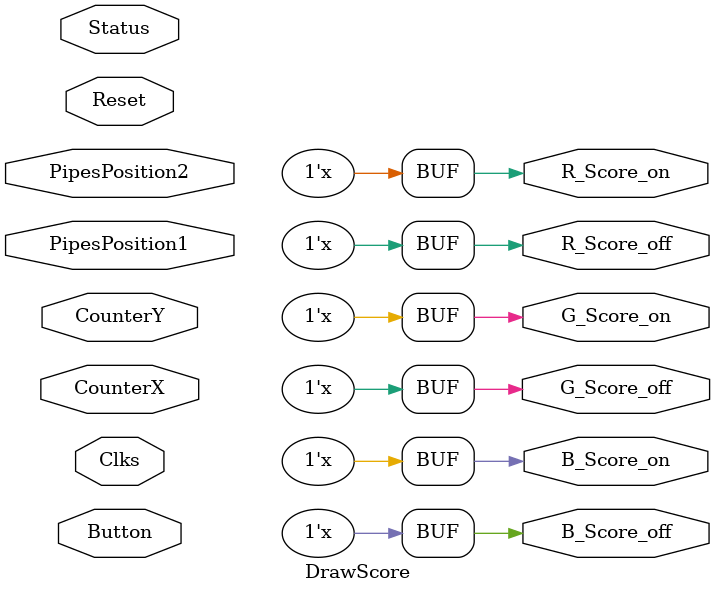
<source format=v>
`timescale 1ns / 1ps
module DrawScore(input [24:0] Clks,Reset,input [15:0] PipesPosition1,input [15:0] PipesPosition2,CounterX,CounterY,Button,Status,output reg R_Score_on,G_Score_on,B_Score_on,R_Score_off,G_Score_off,B_Score_off);
//////////////////////////////////////////////////////////////////////////////////
reg [15:0] ScorePositionX = 320;
reg [15:0] ScorePositionY = 50;

integer Ten = 0;
integer Unit = 0;

reg ZeroBlack,ZeroWhite,OneBlack,OneWhite,TwoBlack,TwoWhite,ThreeBlack,ThreeWhite,FourBlack,FourWhite,FiveBlack,FiveWhite,SixBlack,SixWhite,SevenBlack,SevenWhite,EightBlack,EightWhite,NineBlack,NineWhite;
reg ScoreWhiteUnit,ScoreBlackUnit,ScoreWhiteTen,ScoreBlackTen;


always @ (posedge Clks[16])
begin
if (!Reset)
begin
ScorePositionX <= 320;
ScorePositionY <= 50;
Ten <= 0;
Unit <= 0;
end


if (PipesPosition1 == 10 || PipesPosition2 == 10)
			begin
			if (Unit == 9)
			begin
			Ten <= Ten + 1;
			Unit <= 0;
			end
			else if (Ten == 10) begin  Ten <= 0; Unit <= Unit + 1; end
			else Unit <= Unit + 1;
			end
			
if (Status == 0) ScorePositionY <= 185;
end

always @ (CounterX or CounterY)
begin

case (Unit)
0 : begin

ScoreBlackUnit <= (CounterX>=ScorePositionX+3+0*3) && (CounterX<=ScorePositionX+3+9*3) && (CounterY>=ScorePositionY+0*3) && (CounterY<=ScorePositionY+1*3)

||          (CounterX>=ScorePositionX+3+0*3) && (CounterX<=ScorePositionX+3+1*3) && (CounterY>=ScorePositionY+1*3) && (CounterY<=ScorePositionY+4*3)
||          (CounterX>=ScorePositionX+3+8*3) && (CounterX<=ScorePositionX+3+9*3) && (CounterY>=ScorePositionY+1*3) && (CounterY<=ScorePositionY+4*3)

||          (CounterX>=ScorePositionX+3+0*3) && (CounterX<=ScorePositionX+3+1*3) && (CounterY>=ScorePositionY+4*3) && (CounterY<=ScorePositionY+10*3)
||          (CounterX>=ScorePositionX+3+4*3) && (CounterX<=ScorePositionX+3+5*3) && (CounterY>=ScorePositionY+4*3) && (CounterY<=ScorePositionY+10*3)
||          (CounterX>=ScorePositionX+3+8*3) && (CounterX<=ScorePositionX+3+9*3) && (CounterY>=ScorePositionY+4*3) && (CounterY<=ScorePositionY+10*3)

||          (CounterX>=ScorePositionX+3+0*3) && (CounterX<=ScorePositionX+3+1*3) && (CounterY>=ScorePositionY+10*3) && (CounterY<=ScorePositionY+13*3)
||          (CounterX>=ScorePositionX+3+8*3) && (CounterX<=ScorePositionX+3+9*3) && (CounterY>=ScorePositionY+10*3) && (CounterY<=ScorePositionY+13*3)

||	    (CounterX>=ScorePositionX+3+0*3) && (CounterX<=ScorePositionX+3+9*3) && (CounterY>=ScorePositionY+13*3) && (CounterY<=ScorePositionY+14*3);

ScoreWhiteUnit <=  (CounterX>=ScorePositionX+3+1*3) && (CounterX<=ScorePositionX+3+8*3) && (CounterY>=ScorePositionY+1*3) && (CounterY<=ScorePositionY+4*3)

||	    (CounterX>=ScorePositionX+3+1*3) && (CounterX<=ScorePositionX+3+4*3) && (CounterY>=ScorePositionY+4*3) && (CounterY<=ScorePositionY+10*3)
||	    (CounterX>=ScorePositionX+3+5*3) && (CounterX<=ScorePositionX+3+8*3) && (CounterY>=ScorePositionY+4*3) && (CounterY<=ScorePositionY+10*3)

||	    (CounterX>=ScorePositionX+3+1*3) && (CounterX<=ScorePositionX+3+8*3) && (CounterY>=ScorePositionY+10*3) && (CounterY<=ScorePositionY+13*3);

end
1 : begin

ScoreBlackUnit <= (CounterX>=ScorePositionX+3+2*3) && (CounterX<=ScorePositionX+3+8*3) && (CounterY>=ScorePositionY+0*3) && (CounterY<=ScorePositionY+1*3)

||          (CounterX>=ScorePositionX+3+2*3) && (CounterX<=ScorePositionX+3+3*3) && (CounterY>=ScorePositionY+1*3) && (CounterY<=ScorePositionY+4*3)
||          (CounterX>=ScorePositionX+3+7*3) && (CounterX<=ScorePositionX+3+8*3) && (CounterY>=ScorePositionY+1*3) && (CounterY<=ScorePositionY+4*3)

||          (CounterX>=ScorePositionX+3+2*3) && (CounterX<=ScorePositionX+3+4*3) && (CounterY>=ScorePositionY+4*3) && (CounterY<=ScorePositionY+5*3)
||          (CounterX>=ScorePositionX+3+7*3) && (CounterX<=ScorePositionX+3+8*3) && (CounterY>=ScorePositionY+4*3) && (CounterY<=ScorePositionY+5*3)

||          (CounterX>=ScorePositionX+3+3*3) && (CounterX<=ScorePositionX+3+4*3) && (CounterY>=ScorePositionY+5*3) && (CounterY<=ScorePositionY+13*3)
||          (CounterX>=ScorePositionX+3+7*3) && (CounterX<=ScorePositionX+3+8*3) && (CounterY>=ScorePositionY+5*3) && (CounterY<=ScorePositionY+13*3)

||	    (CounterX>=ScorePositionX+3+3*3) && (CounterX<=ScorePositionX+3+8*3) && (CounterY>=ScorePositionY+13*3) && (CounterY<=ScorePositionY+14*3);

ScoreWhiteUnit <=  (CounterX>=ScorePositionX+3+3*3) && (CounterX<=ScorePositionX+3+7*3) && (CounterY>=ScorePositionY+1*3) && (CounterY<=ScorePositionY+4*3)

||	    (CounterX>=ScorePositionX+3+4*3) && (CounterX<=ScorePositionX+3+7*3) && (CounterY>=ScorePositionY+4*3) && (CounterY<=ScorePositionY+13*3);

end
2 : begin
ScoreBlackUnit <= (CounterX>=ScorePositionX+3+0*3) && (CounterX<=ScorePositionX+3+9*3) && (CounterY>=ScorePositionY+0*3) && (CounterY<=ScorePositionY+1*3)

||          (CounterX>=ScorePositionX+3+0*3) && (CounterX<=ScorePositionX+3+1*3) && (CounterY>=ScorePositionY+1*3) && (CounterY<=ScorePositionY+4*3)
||          (CounterX>=ScorePositionX+3+8*3) && (CounterX<=ScorePositionX+3+9*3) && (CounterY>=ScorePositionY+1*3) && (CounterY<=ScorePositionY+4*3)

||          (CounterX>=ScorePositionX+3+0*3) && (CounterX<=ScorePositionX+3+5*3) && (CounterY>=ScorePositionY+4*3) && (CounterY<=ScorePositionY+5*3)
||          (CounterX>=ScorePositionX+3+8*3) && (CounterX<=ScorePositionX+3+9*3) && (CounterY>=ScorePositionY+4*3) && (CounterY<=ScorePositionY+5*3)

||          (CounterX>=ScorePositionX+3+0*3) && (CounterX<=ScorePositionX+3+1*3) && (CounterY>=ScorePositionY+5*3) && (CounterY<=ScorePositionY+9*3)
||          (CounterX>=ScorePositionX+3+8*3) && (CounterX<=ScorePositionX+3+9*3) && (CounterY>=ScorePositionY+5*3) && (CounterY<=ScorePositionY+9*3)

||          (CounterX>=ScorePositionX+3+0*3) && (CounterX<=ScorePositionX+3+1*3) && (CounterY>=ScorePositionY+9*3) && (CounterY<=ScorePositionY+10*3)
||          (CounterX>=ScorePositionX+3+4*3) && (CounterX<=ScorePositionX+3+9*3) && (CounterY>=ScorePositionY+9*3) && (CounterY<=ScorePositionY+10*3)

||          (CounterX>=ScorePositionX+3+0*3) && (CounterX<=ScorePositionX+3+1*3) && (CounterY>=ScorePositionY+10*3) && (CounterY<=ScorePositionY+13*3)
||          (CounterX>=ScorePositionX+3+8*3) && (CounterX<=ScorePositionX+3+9*3) && (CounterY>=ScorePositionY+10*3) && (CounterY<=ScorePositionY+13*3)

||	    (CounterX>=ScorePositionX+3+0*3) && (CounterX<=ScorePositionX+3+9*3) && (CounterY>=ScorePositionY+13*3) && (CounterY<=ScorePositionY+14*3);


ScoreWhiteUnit <= (CounterX>=ScorePositionX+3+1*3) && (CounterX<=ScorePositionX+3+8*3) && (CounterY>=ScorePositionY+1*3) && (CounterY<=ScorePositionY+4*3)

||          (CounterX>=ScorePositionX+3+5*3) && (CounterX<=ScorePositionX+3+8*3) && (CounterY>=ScorePositionY+4*3) && (CounterY<=ScorePositionY+5*3)

||          (CounterX>=ScorePositionX+3+1*3) && (CounterX<=ScorePositionX+3+8*3) && (CounterY>=ScorePositionY+5*3) && (CounterY<=ScorePositionY+9*3)

||          (CounterX>=ScorePositionX+3+1*3) && (CounterX<=ScorePositionX+3+4*3) && (CounterY>=ScorePositionY+9*3) && (CounterY<=ScorePositionY+10*3)

||          (CounterX>=ScorePositionX+3+1*3) && (CounterX<=ScorePositionX+3+8*3) && (CounterY>=ScorePositionY+10*3) && (CounterY<=ScorePositionY+13*3);
end
3 : begin
ScoreBlackUnit <= (CounterX>=ScorePositionX+3+0*3) && (CounterX<=ScorePositionX+3+9*3) && (CounterY>=ScorePositionY+0*3) && (CounterY<=ScorePositionY+1*3)

||          (CounterX>=ScorePositionX+3+0*3) && (CounterX<=ScorePositionX+3+1*3) && (CounterY>=ScorePositionY+1*3) && (CounterY<=ScorePositionY+4*3)
||          (CounterX>=ScorePositionX+3+8*3) && (CounterX<=ScorePositionX+3+9*3) && (CounterY>=ScorePositionY+1*3) && (CounterY<=ScorePositionY+4*3)

||          (CounterX>=ScorePositionX+3+0*3) && (CounterX<=ScorePositionX+3+5*3) && (CounterY>=ScorePositionY+4*3) && (CounterY<=ScorePositionY+5*3)
||          (CounterX>=ScorePositionX+3+8*3) && (CounterX<=ScorePositionX+3+9*3) && (CounterY>=ScorePositionY+4*3) && (CounterY<=ScorePositionY+5*3)

||          (CounterX>=ScorePositionX+3+0*3) && (CounterX<=ScorePositionX+3+1*3) && (CounterY>=ScorePositionY+5*3) && (CounterY<=ScorePositionY+9*3)
||          (CounterX>=ScorePositionX+3+8*3) && (CounterX<=ScorePositionX+3+9*3) && (CounterY>=ScorePositionY+5*3) && (CounterY<=ScorePositionY+9*3)

||          (CounterX>=ScorePositionX+3+0*3) && (CounterX<=ScorePositionX+3+5*3) && (CounterY>=ScorePositionY+9*3) && (CounterY<=ScorePositionY+10*3)
||          (CounterX>=ScorePositionX+3+8*3) && (CounterX<=ScorePositionX+3+9*3) && (CounterY>=ScorePositionY+9*3) && (CounterY<=ScorePositionY+10*3)

||          (CounterX>=ScorePositionX+3+0*3) && (CounterX<=ScorePositionX+3+1*3) && (CounterY>=ScorePositionY+10*3) && (CounterY<=ScorePositionY+13*3)
||          (CounterX>=ScorePositionX+3+8*3) && (CounterX<=ScorePositionX+3+9*3) && (CounterY>=ScorePositionY+10*3) && (CounterY<=ScorePositionY+13*3)

||	    (CounterX>=ScorePositionX+3+0*3) && (CounterX<=ScorePositionX+3+9*3) && (CounterY>=ScorePositionY+13*3) && (CounterY<=ScorePositionY+14*3);


ScoreWhiteUnit <= (CounterX>=ScorePositionX+3+1*3) && (CounterX<=ScorePositionX+3+8*3) && (CounterY>=ScorePositionY+1*3) && (CounterY<=ScorePositionY+4*3)

||          (CounterX>=ScorePositionX+3+5*3) && (CounterX<=ScorePositionX+3+8*3) && (CounterY>=ScorePositionY+4*3) && (CounterY<=ScorePositionY+5*3)

||          (CounterX>=ScorePositionX+3+1*3) && (CounterX<=ScorePositionX+3+8*3) && (CounterY>=ScorePositionY+5*3) && (CounterY<=ScorePositionY+9*3)

||          (CounterX>=ScorePositionX+3+5*3) && (CounterX<=ScorePositionX+3+8*3) && (CounterY>=ScorePositionY+9*3) && (CounterY<=ScorePositionY+10*3)

||          (CounterX>=ScorePositionX+3+1*3) && (CounterX<=ScorePositionX+3+8*3) && (CounterY>=ScorePositionY+10*3) && (CounterY<=ScorePositionY+13*3);

////////////////////////////////////
end
4 : begin
ScoreBlackUnit <= (CounterX>=ScorePositionX+3+0*3) && (CounterX<=ScorePositionX+3+9*3) && (CounterY>=ScorePositionY+0*3) && (CounterY<=ScorePositionY+1*3)

||          (CounterX>=ScorePositionX+3+0*3) && (CounterX<=ScorePositionX+3+1*3) && (CounterY>=ScorePositionY+1*3) && (CounterY<=ScorePositionY+9*3)
||          (CounterX>=ScorePositionX+3+4*3) && (CounterX<=ScorePositionX+3+5*3) && (CounterY>=ScorePositionY+1*3) && (CounterY<=ScorePositionY+6*3)
||          (CounterX>=ScorePositionX+3+8*3) && (CounterX<=ScorePositionX+3+9*3) && (CounterY>=ScorePositionY+1*3) && (CounterY<=ScorePositionY+13*3)

||          (CounterX>=ScorePositionX+3+0*3) && (CounterX<=ScorePositionX+3+5*3) && (CounterY>=ScorePositionY+9*3) && (CounterY<=ScorePositionY+10*3)

||          (CounterX>=ScorePositionX+3+4*3) && (CounterX<=ScorePositionX+3+5*3) && (CounterY>=ScorePositionY+10*3) && (CounterY<=ScorePositionY+13*3)

||	    (CounterX>=ScorePositionX+3+4*3) && (CounterX<=ScorePositionX+3+9*3) && (CounterY>=ScorePositionY+13*3) && (CounterY<=ScorePositionY+14*3);


ScoreWhiteUnit <= (CounterX>=ScorePositionX+3+1*3) && (CounterX<=ScorePositionX+3+4*3) && (CounterY>=ScorePositionY+1*3) && (CounterY<=ScorePositionY+9*3)

||          (CounterX>=ScorePositionX+3+4*3) && (CounterX<=ScorePositionX+3+5*3) && (CounterY>=ScorePositionY+6*3) && (CounterY<=ScorePositionY+9*3)

||          (CounterX>=ScorePositionX+3+5*3) && (CounterX<=ScorePositionX+3+8*3) && (CounterY>=ScorePositionY+1*3) && (CounterY<=ScorePositionY+13*3);

////////////////////////////////////////
end
5 : begin
ScoreBlackUnit <= (CounterX>=ScorePositionX+3+0*3) && (CounterX<=ScorePositionX+3+9*3) && (CounterY>=ScorePositionY+0*3) && (CounterY<=ScorePositionY+1*3)
||          (CounterX>=ScorePositionX+3+0*3) && (CounterX<=ScorePositionX+3+1*3) && (CounterY>=ScorePositionY+1*3) && (CounterY<=ScorePositionY+13*3)
||          (CounterX>=ScorePositionX+3+8*3) && (CounterX<=ScorePositionX+3+9*3) && (CounterY>=ScorePositionY+1*3) && (CounterY<=ScorePositionY+13*3)
||          (CounterX>=ScorePositionX+3+4*3) && (CounterX<=ScorePositionX+3+8*3) && (CounterY>=ScorePositionY+4*3) && (CounterY<=ScorePositionY+5*3)
||          (CounterX>=ScorePositionX+3+1*3) && (CounterX<=ScorePositionX+3+5*3) && (CounterY>=ScorePositionY+9*3) && (CounterY<=ScorePositionY+10*3)
||	    (CounterX>=ScorePositionX+3+0*3) && (CounterX<=ScorePositionX+3+9*3) && (CounterY>=ScorePositionY+13*3) && (CounterY<=ScorePositionY+14*3);
ScoreWhiteUnit <= (CounterX>=ScorePositionX+3+1*3) && (CounterX<=ScorePositionX+3+8*3) && (CounterY>=ScorePositionY+1*3) && (CounterY<=ScorePositionY+4*3)
||          (CounterX>=ScorePositionX+3+1*3) && (CounterX<=ScorePositionX+3+4*3) && (CounterY>=ScorePositionY+4*3) && (CounterY<=ScorePositionY+5*3)
||          (CounterX>=ScorePositionX+3+1*3) && (CounterX<=ScorePositionX+3+8*3) && (CounterY>=ScorePositionY+5*3) && (CounterY<=ScorePositionY+9*3)
||          (CounterX>=ScorePositionX+3+5*3) && (CounterX<=ScorePositionX+3+8*3) && (CounterY>=ScorePositionY+9*3) && (CounterY<=ScorePositionY+10*3)
||          (CounterX>=ScorePositionX+3+1*3) && (CounterX<=ScorePositionX+3+8*3) && (CounterY>=ScorePositionY+10*3) && (CounterY<=ScorePositionY+13*3);
end
6 : begin
ScoreBlackUnit <= (CounterX>=ScorePositionX+3+0*3) && (CounterX<=ScorePositionX+3+9*3) && (CounterY>=ScorePositionY+0*3) && (CounterY<=ScorePositionY+1*3)
||          (CounterX>=ScorePositionX+3+0*3) && (CounterX<=ScorePositionX+3+1*3) && (CounterY>=ScorePositionY+1*3) && (CounterY<=ScorePositionY+13*3)
||          (CounterX>=ScorePositionX+3+8*3) && (CounterX<=ScorePositionX+3+9*3) && (CounterY>=ScorePositionY+1*3) && (CounterY<=ScorePositionY+13*3)
||          (CounterX>=ScorePositionX+3+4*3) && (CounterX<=ScorePositionX+3+8*3) && (CounterY>=ScorePositionY+4*3) && (CounterY<=ScorePositionY+5*3)
||          (CounterX>=ScorePositionX+3+4*3) && (CounterX<=ScorePositionX+3+5*3) && (CounterY>=ScorePositionY+9*3) && (CounterY<=ScorePositionY+10*3)
||	    (CounterX>=ScorePositionX+3+0*3) && (CounterX<=ScorePositionX+3+9*3) && (CounterY>=ScorePositionY+13*3) && (CounterY<=ScorePositionY+14*3);
ScoreWhiteUnit <= (CounterX>=ScorePositionX+3+1*3) && (CounterX<=ScorePositionX+3+8*3) && (CounterY>=ScorePositionY+1*3) && (CounterY<=ScorePositionY+4*3)
||          (CounterX>=ScorePositionX+3+1*3) && (CounterX<=ScorePositionX+3+4*3) && (CounterY>=ScorePositionY+4*3) && (CounterY<=ScorePositionY+5*3)
||          (CounterX>=ScorePositionX+3+1*3) && (CounterX<=ScorePositionX+3+8*3) && (CounterY>=ScorePositionY+5*3) && (CounterY<=ScorePositionY+9*3)
||          (CounterX>=ScorePositionX+3+1*3) && (CounterX<=ScorePositionX+3+4*3) && (CounterY>=ScorePositionY+9*3) && (CounterY<=ScorePositionY+10*3)
||          (CounterX>=ScorePositionX+3+5*3) && (CounterX<=ScorePositionX+3+8*3) && (CounterY>=ScorePositionY+9*3) && (CounterY<=ScorePositionY+10*3)
||          (CounterX>=ScorePositionX+3+1*3) && (CounterX<=ScorePositionX+3+8*3) && (CounterY>=ScorePositionY+10*3) && (CounterY<=ScorePositionY+13*3);
end
7 : begin
ScoreBlackUnit <= (CounterX>=ScorePositionX+3+0*3) && (CounterX<=ScorePositionX+3+9*3) && (CounterY>=ScorePositionY+0*3) && (CounterY<=ScorePositionY+1*3)
||          (CounterX>=ScorePositionX+3+0*3) && (CounterX<=ScorePositionX+3+1*3) && (CounterY>=ScorePositionY+1*3) && (CounterY<=ScorePositionY+4*3)
||          (CounterX>=ScorePositionX+3+0*3) && (CounterX<=ScorePositionX+3+5*3) && (CounterY>=ScorePositionY+4*3) && (CounterY<=ScorePositionY+5*3)
||          (CounterX>=ScorePositionX+3+4*3) && (CounterX<=ScorePositionX+3+5*3) && (CounterY>=ScorePositionY+5*3) && (CounterY<=ScorePositionY+13*3)
||          (CounterX>=ScorePositionX+3+8*3) && (CounterX<=ScorePositionX+3+9*3) && (CounterY>=ScorePositionY+1*3) && (CounterY<=ScorePositionY+13*3)
||	    (CounterX>=ScorePositionX+3+4*3) && (CounterX<=ScorePositionX+3+9*3) && (CounterY>=ScorePositionY+13*3) && (CounterY<=ScorePositionY+14*3);
ScoreWhiteUnit <= (CounterX>=ScorePositionX+3+1*3) && (CounterX<=ScorePositionX+3+8*3) && (CounterY>=ScorePositionY+1*3) && (CounterY<=ScorePositionY+4*3)
||          (CounterX>=ScorePositionX+3+5*3) && (CounterX<=ScorePositionX+3+8*3) && (CounterY>=ScorePositionY+4*3) && (CounterY<=ScorePositionY+13*3);
end
8 : begin
ScoreBlackUnit <= (CounterX>=ScorePositionX+3+0*3) && (CounterX<=ScorePositionX+3+9*3) && (CounterY>=ScorePositionY+0*3) && (CounterY<=ScorePositionY+1*3)
||          (CounterX>=ScorePositionX+3+0*3) && (CounterX<=ScorePositionX+3+1*3) && (CounterY>=ScorePositionY+1*3) && (CounterY<=ScorePositionY+13*3)
||          (CounterX>=ScorePositionX+3+8*3) && (CounterX<=ScorePositionX+3+9*3) && (CounterY>=ScorePositionY+1*3) && (CounterY<=ScorePositionY+13*3)
||          (CounterX>=ScorePositionX+3+4*3) && (CounterX<=ScorePositionX+3+5*3) && (CounterY>=ScorePositionY+4*3) && (CounterY<=ScorePositionY+5*3)
||          (CounterX>=ScorePositionX+3+4*3) && (CounterX<=ScorePositionX+3+5*3) && (CounterY>=ScorePositionY+9*3) && (CounterY<=ScorePositionY+10*3)
||	    (CounterX>=ScorePositionX+3+0*3) && (CounterX<=ScorePositionX+3+9*3) && (CounterY>=ScorePositionY+13*3) && (CounterY<=ScorePositionY+14*3);
ScoreWhiteUnit <= (CounterX>=ScorePositionX+3+1*3) && (CounterX<=ScorePositionX+3+4*3) && (CounterY>=ScorePositionY+1*3) && (CounterY<=ScorePositionY+13*3)
||          (CounterX>=ScorePositionX+3+5*3) && (CounterX<=ScorePositionX+3+8*3) && (CounterY>=ScorePositionY+1*3) && (CounterY<=ScorePositionY+13*3)
||          (CounterX>=ScorePositionX+3+4*3) && (CounterX<=ScorePositionX+3+5*3) && (CounterY>=ScorePositionY+1*3) && (CounterY<=ScorePositionY+4*3)
||          (CounterX>=ScorePositionX+3+4*3) && (CounterX<=ScorePositionX+3+5*3) && (CounterY>=ScorePositionY+5*3) && (CounterY<=ScorePositionY+9*3)
||          (CounterX>=ScorePositionX+3+4*3) && (CounterX<=ScorePositionX+3+5*3) && (CounterY>=ScorePositionY+10*3) && (CounterY<=ScorePositionY+13*3);
end
9 : begin
ScoreBlackUnit <= (CounterX>=ScorePositionX+3+0*3) && (CounterX<=ScorePositionX+3+9*3) && (CounterY>=ScorePositionY+0*3) && (CounterY<=ScorePositionY+1*3)
||          (CounterX>=ScorePositionX+3+0*3) && (CounterX<=ScorePositionX+3+1*3) && (CounterY>=ScorePositionY+1*3) && (CounterY<=ScorePositionY+13*3)
||          (CounterX>=ScorePositionX+3+8*3) && (CounterX<=ScorePositionX+3+9*3) && (CounterY>=ScorePositionY+1*3) && (CounterY<=ScorePositionY+13*3)
||          (CounterX>=ScorePositionX+3+4*3) && (CounterX<=ScorePositionX+3+5*3) && (CounterY>=ScorePositionY+4*3) && (CounterY<=ScorePositionY+5*3)
||          (CounterX>=ScorePositionX+3+1*3) && (CounterX<=ScorePositionX+3+5*3) && (CounterY>=ScorePositionY+9*3) && (CounterY<=ScorePositionY+10*3)
||	    (CounterX>=ScorePositionX+3+0*3) && (CounterX<=ScorePositionX+3+9*3) && (CounterY>=ScorePositionY+13*3) && (CounterY<=ScorePositionY+14*3);
ScoreWhiteUnit <= (CounterX>=ScorePositionX+3+1*3) && (CounterX<=ScorePositionX+3+4*3) && (CounterY>=ScorePositionY+1*3) && (CounterY<=ScorePositionY+9*3)
||          (CounterX>=ScorePositionX+3+5*3) && (CounterX<=ScorePositionX+3+8*3) && (CounterY>=ScorePositionY+1*3) && (CounterY<=ScorePositionY+13*3)
||          (CounterX>=ScorePositionX+3+1*3) && (CounterX<=ScorePositionX+3+5*3) && (CounterY>=ScorePositionY+10*3) && (CounterY<=ScorePositionY+13*3)
||          (CounterX>=ScorePositionX+3+4*3) && (CounterX<=ScorePositionX+3+5*3) && (CounterY>=ScorePositionY+1*3) && (CounterY<=ScorePositionY+4*3)
||          (CounterX>=ScorePositionX+3+4*3) && (CounterX<=ScorePositionX+3+5*3) && (CounterY>=ScorePositionY+5*3) && (CounterY<=ScorePositionY+9*3);

end
endcase

/////////////////////////////////////////////////////////////////////////////////////////////////////////////////////////////////////////////////////////////////////////////////////
if (Ten > 0)
case (Ten)
0 : begin

ScoreBlackTen <= (CounterX>=ScorePositionX-30+0*3) && (CounterX<=ScorePositionX-30+9*3) && (CounterY>=ScorePositionY+0*3) && (CounterY<=ScorePositionY+1*3)

||          (CounterX>=ScorePositionX-30+0*3) && (CounterX<=ScorePositionX-30+1*3) && (CounterY>=ScorePositionY+1*3) && (CounterY<=ScorePositionY+4*3)
||          (CounterX>=ScorePositionX-30+8*3) && (CounterX<=ScorePositionX-30+9*3) && (CounterY>=ScorePositionY+1*3) && (CounterY<=ScorePositionY+4*3)

||          (CounterX>=ScorePositionX-30+0*3) && (CounterX<=ScorePositionX-30+1*3) && (CounterY>=ScorePositionY+4*3) && (CounterY<=ScorePositionY+10*3)
||          (CounterX>=ScorePositionX-30+4*3) && (CounterX<=ScorePositionX-30+5*3) && (CounterY>=ScorePositionY+4*3) && (CounterY<=ScorePositionY+10*3)
||          (CounterX>=ScorePositionX-30+8*3) && (CounterX<=ScorePositionX-30+9*3) && (CounterY>=ScorePositionY+4*3) && (CounterY<=ScorePositionY+10*3)

||          (CounterX>=ScorePositionX-30+0*3) && (CounterX<=ScorePositionX-30+1*3) && (CounterY>=ScorePositionY+10*3) && (CounterY<=ScorePositionY+13*3)
||          (CounterX>=ScorePositionX-30+8*3) && (CounterX<=ScorePositionX-30+9*3) && (CounterY>=ScorePositionY+10*3) && (CounterY<=ScorePositionY+13*3)

||	    (CounterX>=ScorePositionX-30+0*3) && (CounterX<=ScorePositionX-30+9*3) && (CounterY>=ScorePositionY+13*3) && (CounterY<=ScorePositionY+14*3);

ScoreWhiteTen <=  (CounterX>=ScorePositionX-30+1*3) && (CounterX<=ScorePositionX-30+8*3) && (CounterY>=ScorePositionY+1*3) && (CounterY<=ScorePositionY+4*3)

||	    (CounterX>=ScorePositionX-30+1*3) && (CounterX<=ScorePositionX-30+4*3) && (CounterY>=ScorePositionY+4*3) && (CounterY<=ScorePositionY+10*3)
||	    (CounterX>=ScorePositionX-30+5*3) && (CounterX<=ScorePositionX-30+8*3) && (CounterY>=ScorePositionY+4*3) && (CounterY<=ScorePositionY+10*3)

||	    (CounterX>=ScorePositionX-30+1*3) && (CounterX<=ScorePositionX-30+8*3) && (CounterY>=ScorePositionY+10*3) && (CounterY<=ScorePositionY+13*3);

end
1 : begin

ScoreBlackTen <= (CounterX>=ScorePositionX-30+2*3) && (CounterX<=ScorePositionX-30+8*3) && (CounterY>=ScorePositionY+0*3) && (CounterY<=ScorePositionY+1*3)

||          (CounterX>=ScorePositionX-30+2*3) && (CounterX<=ScorePositionX-30+3*3) && (CounterY>=ScorePositionY+1*3) && (CounterY<=ScorePositionY+4*3)
||          (CounterX>=ScorePositionX-30+7*3) && (CounterX<=ScorePositionX-30+8*3) && (CounterY>=ScorePositionY+1*3) && (CounterY<=ScorePositionY+4*3)

||          (CounterX>=ScorePositionX-30+2*3) && (CounterX<=ScorePositionX-30+4*3) && (CounterY>=ScorePositionY+4*3) && (CounterY<=ScorePositionY+5*3)
||          (CounterX>=ScorePositionX-30+7*3) && (CounterX<=ScorePositionX-30+8*3) && (CounterY>=ScorePositionY+4*3) && (CounterY<=ScorePositionY+5*3)

||          (CounterX>=ScorePositionX-30+3*3) && (CounterX<=ScorePositionX-30+4*3) && (CounterY>=ScorePositionY+5*3) && (CounterY<=ScorePositionY+13*3)
||          (CounterX>=ScorePositionX-30+7*3) && (CounterX<=ScorePositionX-30+8*3) && (CounterY>=ScorePositionY+5*3) && (CounterY<=ScorePositionY+13*3)

||	    (CounterX>=ScorePositionX-30+3*3) && (CounterX<=ScorePositionX-30+8*3) && (CounterY>=ScorePositionY+13*3) && (CounterY<=ScorePositionY+14*3);

ScoreWhiteTen <=  (CounterX>=ScorePositionX-30+3*3) && (CounterX<=ScorePositionX-30+7*3) && (CounterY>=ScorePositionY+1*3) && (CounterY<=ScorePositionY+4*3)

||	    (CounterX>=ScorePositionX-30+4*3) && (CounterX<=ScorePositionX-30+7*3) && (CounterY>=ScorePositionY+4*3) && (CounterY<=ScorePositionY+13*3);

end
2 : begin
ScoreBlackTen <= (CounterX>=ScorePositionX-30+0*3) && (CounterX<=ScorePositionX-30+9*3) && (CounterY>=ScorePositionY+0*3) && (CounterY<=ScorePositionY+1*3)

||          (CounterX>=ScorePositionX-30+0*3) && (CounterX<=ScorePositionX-30+1*3) && (CounterY>=ScorePositionY+1*3) && (CounterY<=ScorePositionY+4*3)
||          (CounterX>=ScorePositionX-30+8*3) && (CounterX<=ScorePositionX-30+9*3) && (CounterY>=ScorePositionY+1*3) && (CounterY<=ScorePositionY+4*3)

||          (CounterX>=ScorePositionX-30+0*3) && (CounterX<=ScorePositionX-30+5*3) && (CounterY>=ScorePositionY+4*3) && (CounterY<=ScorePositionY+5*3)
||          (CounterX>=ScorePositionX-30+8*3) && (CounterX<=ScorePositionX-30+9*3) && (CounterY>=ScorePositionY+4*3) && (CounterY<=ScorePositionY+5*3)

||          (CounterX>=ScorePositionX-30+0*3) && (CounterX<=ScorePositionX-30+1*3) && (CounterY>=ScorePositionY+5*3) && (CounterY<=ScorePositionY+9*3)
||          (CounterX>=ScorePositionX-30+8*3) && (CounterX<=ScorePositionX-30+9*3) && (CounterY>=ScorePositionY+5*3) && (CounterY<=ScorePositionY+9*3)

||          (CounterX>=ScorePositionX-30+0*3) && (CounterX<=ScorePositionX-30+1*3) && (CounterY>=ScorePositionY+9*3) && (CounterY<=ScorePositionY+10*3)
||          (CounterX>=ScorePositionX-30+4*3) && (CounterX<=ScorePositionX-30+9*3) && (CounterY>=ScorePositionY+9*3) && (CounterY<=ScorePositionY+10*3)

||          (CounterX>=ScorePositionX-30+0*3) && (CounterX<=ScorePositionX-30+1*3) && (CounterY>=ScorePositionY+10*3) && (CounterY<=ScorePositionY+13*3)
||          (CounterX>=ScorePositionX-30+8*3) && (CounterX<=ScorePositionX-30+9*3) && (CounterY>=ScorePositionY+10*3) && (CounterY<=ScorePositionY+13*3)

||	    (CounterX>=ScorePositionX-30+0*3) && (CounterX<=ScorePositionX-30+9*3) && (CounterY>=ScorePositionY+13*3) && (CounterY<=ScorePositionY+14*3);


ScoreWhiteTen <= (CounterX>=ScorePositionX-30+1*3) && (CounterX<=ScorePositionX-30+8*3) && (CounterY>=ScorePositionY+1*3) && (CounterY<=ScorePositionY+4*3)

||          (CounterX>=ScorePositionX-30+5*3) && (CounterX<=ScorePositionX-30+8*3) && (CounterY>=ScorePositionY+4*3) && (CounterY<=ScorePositionY+5*3)

||          (CounterX>=ScorePositionX-30+1*3) && (CounterX<=ScorePositionX-30+8*3) && (CounterY>=ScorePositionY+5*3) && (CounterY<=ScorePositionY+9*3)

||          (CounterX>=ScorePositionX-30+1*3) && (CounterX<=ScorePositionX-30+4*3) && (CounterY>=ScorePositionY+9*3) && (CounterY<=ScorePositionY+10*3)

||          (CounterX>=ScorePositionX-30+1*3) && (CounterX<=ScorePositionX-30+8*3) && (CounterY>=ScorePositionY+10*3) && (CounterY<=ScorePositionY+13*3);
end
3 : begin
ScoreBlackTen <= (CounterX>=ScorePositionX-30+0*3) && (CounterX<=ScorePositionX-30+9*3) && (CounterY>=ScorePositionY+0*3) && (CounterY<=ScorePositionY+1*3)

||          (CounterX>=ScorePositionX-30+0*3) && (CounterX<=ScorePositionX-30+1*3) && (CounterY>=ScorePositionY+1*3) && (CounterY<=ScorePositionY+4*3)
||          (CounterX>=ScorePositionX-30+8*3) && (CounterX<=ScorePositionX-30+9*3) && (CounterY>=ScorePositionY+1*3) && (CounterY<=ScorePositionY+4*3)

||          (CounterX>=ScorePositionX-30+0*3) && (CounterX<=ScorePositionX-30+5*3) && (CounterY>=ScorePositionY+4*3) && (CounterY<=ScorePositionY+5*3)
||          (CounterX>=ScorePositionX-30+8*3) && (CounterX<=ScorePositionX-30+9*3) && (CounterY>=ScorePositionY+4*3) && (CounterY<=ScorePositionY+5*3)

||          (CounterX>=ScorePositionX-30+0*3) && (CounterX<=ScorePositionX-30+1*3) && (CounterY>=ScorePositionY+5*3) && (CounterY<=ScorePositionY+9*3)
||          (CounterX>=ScorePositionX-30+8*3) && (CounterX<=ScorePositionX-30+9*3) && (CounterY>=ScorePositionY+5*3) && (CounterY<=ScorePositionY+9*3)

||          (CounterX>=ScorePositionX-30+0*3) && (CounterX<=ScorePositionX-30+5*3) && (CounterY>=ScorePositionY+9*3) && (CounterY<=ScorePositionY+10*3)
||          (CounterX>=ScorePositionX-30+8*3) && (CounterX<=ScorePositionX-30+9*3) && (CounterY>=ScorePositionY+9*3) && (CounterY<=ScorePositionY+10*3)

||          (CounterX>=ScorePositionX-30+0*3) && (CounterX<=ScorePositionX-30+1*3) && (CounterY>=ScorePositionY+10*3) && (CounterY<=ScorePositionY+13*3)
||          (CounterX>=ScorePositionX-30+8*3) && (CounterX<=ScorePositionX-30+9*3) && (CounterY>=ScorePositionY+10*3) && (CounterY<=ScorePositionY+13*3)

||	    (CounterX>=ScorePositionX-30+0*3) && (CounterX<=ScorePositionX-30+9*3) && (CounterY>=ScorePositionY+13*3) && (CounterY<=ScorePositionY+14*3);


ScoreWhiteTen <= (CounterX>=ScorePositionX-30+1*3) && (CounterX<=ScorePositionX-30+8*3) && (CounterY>=ScorePositionY+1*3) && (CounterY<=ScorePositionY+4*3)

||          (CounterX>=ScorePositionX-30+5*3) && (CounterX<=ScorePositionX-30+8*3) && (CounterY>=ScorePositionY+4*3) && (CounterY<=ScorePositionY+5*3)

||          (CounterX>=ScorePositionX-30+1*3) && (CounterX<=ScorePositionX-30+8*3) && (CounterY>=ScorePositionY+5*3) && (CounterY<=ScorePositionY+9*3)

||          (CounterX>=ScorePositionX-30+5*3) && (CounterX<=ScorePositionX-30+8*3) && (CounterY>=ScorePositionY+9*3) && (CounterY<=ScorePositionY+10*3)

||          (CounterX>=ScorePositionX-30+1*3) && (CounterX<=ScorePositionX-30+8*3) && (CounterY>=ScorePositionY+10*3) && (CounterY<=ScorePositionY+13*3);

////////////////////////////////////
end
4 : begin
ScoreBlackTen <= (CounterX>=ScorePositionX-30+0*3) && (CounterX<=ScorePositionX-30+9*3) && (CounterY>=ScorePositionY+0*3) && (CounterY<=ScorePositionY+1*3)

||          (CounterX>=ScorePositionX-30+0*3) && (CounterX<=ScorePositionX-30+1*3) && (CounterY>=ScorePositionY+1*3) && (CounterY<=ScorePositionY+9*3)
||          (CounterX>=ScorePositionX-30+4*3) && (CounterX<=ScorePositionX-30+5*3) && (CounterY>=ScorePositionY+1*3) && (CounterY<=ScorePositionY+6*3)
||          (CounterX>=ScorePositionX-30+8*3) && (CounterX<=ScorePositionX-30+9*3) && (CounterY>=ScorePositionY+1*3) && (CounterY<=ScorePositionY+13*3)

||          (CounterX>=ScorePositionX-30+0*3) && (CounterX<=ScorePositionX-30+5*3) && (CounterY>=ScorePositionY+9*3) && (CounterY<=ScorePositionY+10*3)

||          (CounterX>=ScorePositionX-30+4*3) && (CounterX<=ScorePositionX-30+5*3) && (CounterY>=ScorePositionY+10*3) && (CounterY<=ScorePositionY+13*3)

||	    (CounterX>=ScorePositionX-30+4*3) && (CounterX<=ScorePositionX-30+9*3) && (CounterY>=ScorePositionY+13*3) && (CounterY<=ScorePositionY+14*3);


ScoreWhiteTen <= (CounterX>=ScorePositionX-30+1*3) && (CounterX<=ScorePositionX-30+4*3) && (CounterY>=ScorePositionY+1*3) && (CounterY<=ScorePositionY+9*3)

||          (CounterX>=ScorePositionX-30+4*3) && (CounterX<=ScorePositionX-30+5*3) && (CounterY>=ScorePositionY+6*3) && (CounterY<=ScorePositionY+9*3)

||          (CounterX>=ScorePositionX-30+5*3) && (CounterX<=ScorePositionX-30+8*3) && (CounterY>=ScorePositionY+1*3) && (CounterY<=ScorePositionY+13*3);

////////////////////////////////////////
end
5 : begin
ScoreBlackTen <= (CounterX>=ScorePositionX-30+0*3) && (CounterX<=ScorePositionX-30+9*3) && (CounterY>=ScorePositionY+0*3) && (CounterY<=ScorePositionY+1*3)
||          (CounterX>=ScorePositionX-30+0*3) && (CounterX<=ScorePositionX-30+1*3) && (CounterY>=ScorePositionY+1*3) && (CounterY<=ScorePositionY+13*3)
||          (CounterX>=ScorePositionX-30+8*3) && (CounterX<=ScorePositionX-30+9*3) && (CounterY>=ScorePositionY+1*3) && (CounterY<=ScorePositionY+13*3)
||          (CounterX>=ScorePositionX-30+4*3) && (CounterX<=ScorePositionX-30+8*3) && (CounterY>=ScorePositionY+4*3) && (CounterY<=ScorePositionY+5*3)
||          (CounterX>=ScorePositionX-30+1*3) && (CounterX<=ScorePositionX-30+5*3) && (CounterY>=ScorePositionY+9*3) && (CounterY<=ScorePositionY+10*3)
||	    (CounterX>=ScorePositionX-30+0*3) && (CounterX<=ScorePositionX-30+9*3) && (CounterY>=ScorePositionY+13*3) && (CounterY<=ScorePositionY+14*3);
ScoreWhiteTen <= (CounterX>=ScorePositionX-30+1*3) && (CounterX<=ScorePositionX-30+8*3) && (CounterY>=ScorePositionY+1*3) && (CounterY<=ScorePositionY+4*3)
||          (CounterX>=ScorePositionX-30+1*3) && (CounterX<=ScorePositionX-30+4*3) && (CounterY>=ScorePositionY+4*3) && (CounterY<=ScorePositionY+5*3)
||          (CounterX>=ScorePositionX-30+1*3) && (CounterX<=ScorePositionX-30+8*3) && (CounterY>=ScorePositionY+5*3) && (CounterY<=ScorePositionY+9*3)
||          (CounterX>=ScorePositionX-30+5*3) && (CounterX<=ScorePositionX-30+8*3) && (CounterY>=ScorePositionY+9*3) && (CounterY<=ScorePositionY+10*3)
||          (CounterX>=ScorePositionX-30+1*3) && (CounterX<=ScorePositionX-30+8*3) && (CounterY>=ScorePositionY+10*3) && (CounterY<=ScorePositionY+13*3);
end
6 : begin
ScoreBlackTen <= (CounterX>=ScorePositionX-30+0*3) && (CounterX<=ScorePositionX-30+9*3) && (CounterY>=ScorePositionY+0*3) && (CounterY<=ScorePositionY+1*3)
||          (CounterX>=ScorePositionX-30+0*3) && (CounterX<=ScorePositionX-30+1*3) && (CounterY>=ScorePositionY+1*3) && (CounterY<=ScorePositionY+13*3)
||          (CounterX>=ScorePositionX-30+8*3) && (CounterX<=ScorePositionX-30+9*3) && (CounterY>=ScorePositionY+1*3) && (CounterY<=ScorePositionY+13*3)
||          (CounterX>=ScorePositionX-30+4*3) && (CounterX<=ScorePositionX-30+8*3) && (CounterY>=ScorePositionY+4*3) && (CounterY<=ScorePositionY+5*3)
||          (CounterX>=ScorePositionX-30+4*3) && (CounterX<=ScorePositionX-30+5*3) && (CounterY>=ScorePositionY+9*3) && (CounterY<=ScorePositionY+10*3)
||	    (CounterX>=ScorePositionX-30+0*3) && (CounterX<=ScorePositionX-30+9*3) && (CounterY>=ScorePositionY+13*3) && (CounterY<=ScorePositionY+14*3);
ScoreWhiteTen <= (CounterX>=ScorePositionX-30+1*3) && (CounterX<=ScorePositionX-30+8*3) && (CounterY>=ScorePositionY+1*3) && (CounterY<=ScorePositionY+4*3)
||          (CounterX>=ScorePositionX-30+1*3) && (CounterX<=ScorePositionX-30+4*3) && (CounterY>=ScorePositionY+4*3) && (CounterY<=ScorePositionY+5*3)
||          (CounterX>=ScorePositionX-30+1*3) && (CounterX<=ScorePositionX-30+8*3) && (CounterY>=ScorePositionY+5*3) && (CounterY<=ScorePositionY+9*3)
||          (CounterX>=ScorePositionX-30+1*3) && (CounterX<=ScorePositionX-30+4*3) && (CounterY>=ScorePositionY+9*3) && (CounterY<=ScorePositionY+10*3)
||          (CounterX>=ScorePositionX-30+5*3) && (CounterX<=ScorePositionX-30+8*3) && (CounterY>=ScorePositionY+9*3) && (CounterY<=ScorePositionY+10*3)
||          (CounterX>=ScorePositionX-30+1*3) && (CounterX<=ScorePositionX-30+8*3) && (CounterY>=ScorePositionY+10*3) && (CounterY<=ScorePositionY+13*3);
end
7 : begin
ScoreBlackTen <= (CounterX>=ScorePositionX-30+0*3) && (CounterX<=ScorePositionX-30+9*3) && (CounterY>=ScorePositionY+0*3) && (CounterY<=ScorePositionY+1*3)
||          (CounterX>=ScorePositionX-30+0*3) && (CounterX<=ScorePositionX-30+1*3) && (CounterY>=ScorePositionY+1*3) && (CounterY<=ScorePositionY+4*3)
||          (CounterX>=ScorePositionX-30+0*3) && (CounterX<=ScorePositionX-30+5*3) && (CounterY>=ScorePositionY+4*3) && (CounterY<=ScorePositionY+5*3)
||          (CounterX>=ScorePositionX-30+4*3) && (CounterX<=ScorePositionX-30+5*3) && (CounterY>=ScorePositionY+5*3) && (CounterY<=ScorePositionY+13*3)
||          (CounterX>=ScorePositionX-30+8*3) && (CounterX<=ScorePositionX-30+9*3) && (CounterY>=ScorePositionY+1*3) && (CounterY<=ScorePositionY+13*3)
||	    (CounterX>=ScorePositionX-30+4*3) && (CounterX<=ScorePositionX-30+9*3) && (CounterY>=ScorePositionY+13*3) && (CounterY<=ScorePositionY+14*3);
ScoreWhiteTen <= (CounterX>=ScorePositionX-30+1*3) && (CounterX<=ScorePositionX-30+8*3) && (CounterY>=ScorePositionY+1*3) && (CounterY<=ScorePositionY+4*3)
||          (CounterX>=ScorePositionX-30+5*3) && (CounterX<=ScorePositionX-30+8*3) && (CounterY>=ScorePositionY+4*3) && (CounterY<=ScorePositionY+13*3);
end
8 : begin
ScoreBlackTen <= (CounterX>=ScorePositionX-30+0*3) && (CounterX<=ScorePositionX-30+9*3) && (CounterY>=ScorePositionY+0*3) && (CounterY<=ScorePositionY+1*3)
||          (CounterX>=ScorePositionX-30+0*3) && (CounterX<=ScorePositionX-30+1*3) && (CounterY>=ScorePositionY+1*3) && (CounterY<=ScorePositionY+13*3)
||          (CounterX>=ScorePositionX-30+8*3) && (CounterX<=ScorePositionX-30+9*3) && (CounterY>=ScorePositionY+1*3) && (CounterY<=ScorePositionY+13*3)
||          (CounterX>=ScorePositionX-30+4*3) && (CounterX<=ScorePositionX-30+5*3) && (CounterY>=ScorePositionY+4*3) && (CounterY<=ScorePositionY+5*3)
||          (CounterX>=ScorePositionX-30+4*3) && (CounterX<=ScorePositionX-30+5*3) && (CounterY>=ScorePositionY+9*3) && (CounterY<=ScorePositionY+10*3)
||	    (CounterX>=ScorePositionX-30+0*3) && (CounterX<=ScorePositionX-30+9*3) && (CounterY>=ScorePositionY+13*3) && (CounterY<=ScorePositionY+14*3);
ScoreWhiteTen <= (CounterX>=ScorePositionX-30+1*3) && (CounterX<=ScorePositionX-30+4*3) && (CounterY>=ScorePositionY+1*3) && (CounterY<=ScorePositionY+13*3)
||          (CounterX>=ScorePositionX-30+5*3) && (CounterX<=ScorePositionX-30+8*3) && (CounterY>=ScorePositionY+1*3) && (CounterY<=ScorePositionY+13*3)
||          (CounterX>=ScorePositionX-30+4*3) && (CounterX<=ScorePositionX-30+5*3) && (CounterY>=ScorePositionY+1*3) && (CounterY<=ScorePositionY+4*3)
||          (CounterX>=ScorePositionX-30+4*3) && (CounterX<=ScorePositionX-30+5*3) && (CounterY>=ScorePositionY+5*3) && (CounterY<=ScorePositionY+9*3)
||          (CounterX>=ScorePositionX-30+4*3) && (CounterX<=ScorePositionX-30+5*3) && (CounterY>=ScorePositionY+10*3) && (CounterY<=ScorePositionY+13*3);
end
9 : begin
ScoreBlackTen <= (CounterX>=ScorePositionX-30+0*3) && (CounterX<=ScorePositionX-30+9*3) && (CounterY>=ScorePositionY+0*3) && (CounterY<=ScorePositionY+1*3)
||          (CounterX>=ScorePositionX-30+0*3) && (CounterX<=ScorePositionX-30+1*3) && (CounterY>=ScorePositionY+1*3) && (CounterY<=ScorePositionY+13*3)
||          (CounterX>=ScorePositionX-30+8*3) && (CounterX<=ScorePositionX-30+9*3) && (CounterY>=ScorePositionY+1*3) && (CounterY<=ScorePositionY+13*3)
||          (CounterX>=ScorePositionX-30+4*3) && (CounterX<=ScorePositionX-30+5*3) && (CounterY>=ScorePositionY+4*3) && (CounterY<=ScorePositionY+5*3)
||          (CounterX>=ScorePositionX-30+1*3) && (CounterX<=ScorePositionX-30+5*3) && (CounterY>=ScorePositionY+9*3) && (CounterY<=ScorePositionY+10*3)
||	    (CounterX>=ScorePositionX-30+0*3) && (CounterX<=ScorePositionX-30+9*3) && (CounterY>=ScorePositionY+13*3) && (CounterY<=ScorePositionY+14*3);
ScoreWhiteTen <= (CounterX>=ScorePositionX-30+1*3) && (CounterX<=ScorePositionX-30+4*3) && (CounterY>=ScorePositionY+1*3) && (CounterY<=ScorePositionY+9*3)
||          (CounterX>=ScorePositionX-30+5*3) && (CounterX<=ScorePositionX-30+8*3) && (CounterY>=ScorePositionY+1*3) && (CounterY<=ScorePositionY+13*3)
||          (CounterX>=ScorePositionX-30+1*3) && (CounterX<=ScorePositionX-30+5*3) && (CounterY>=ScorePositionY+10*3) && (CounterY<=ScorePositionY+13*3)
||          (CounterX>=ScorePositionX-30+4*3) && (CounterX<=ScorePositionX-30+5*3) && (CounterY>=ScorePositionY+1*3) && (CounterY<=ScorePositionY+4*3)
||          (CounterX>=ScorePositionX-30+4*3) && (CounterX<=ScorePositionX-30+5*3) && (CounterY>=ScorePositionY+5*3) && (CounterY<=ScorePositionY+9*3);

end
endcase

R_Score_on =   ScoreWhiteUnit | ScoreWhiteTen;
G_Score_on =	ScoreWhiteUnit | ScoreWhiteTen;
B_Score_on =	ScoreWhiteUnit | ScoreWhiteTen;

R_Score_off =  ScoreBlackUnit | ScoreBlackTen;
G_Score_off =  ScoreBlackUnit | ScoreBlackTen;
B_Score_off =  ScoreBlackUnit | ScoreBlackTen;

end
endmodule

</source>
